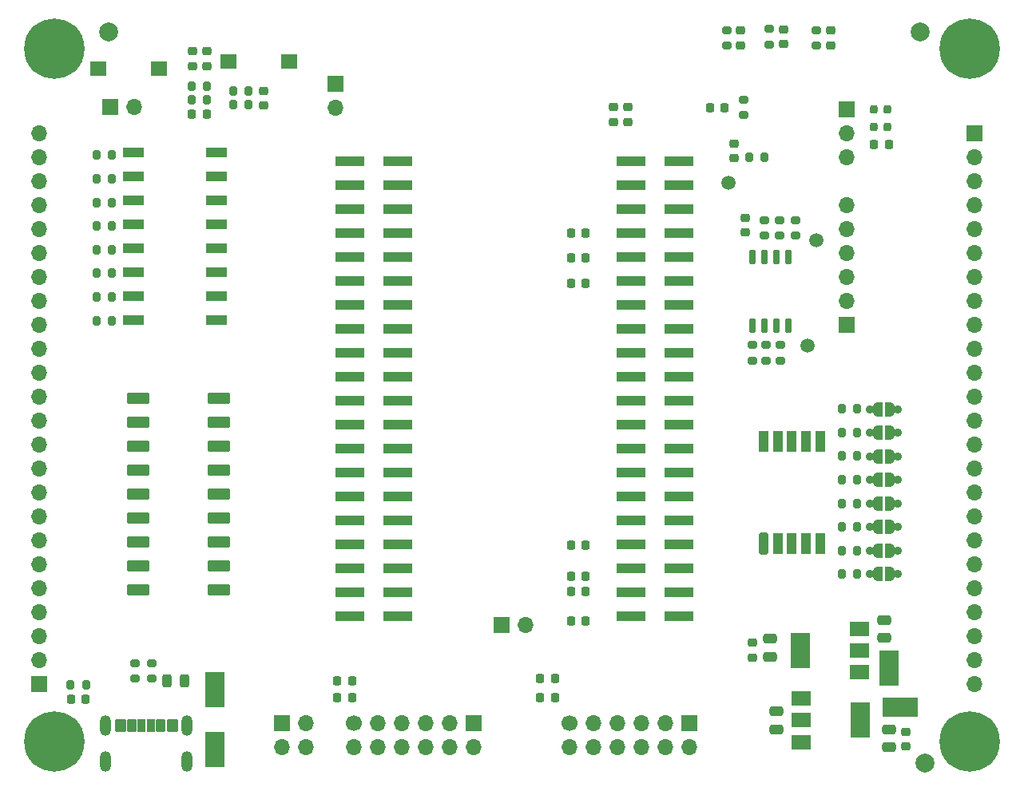
<source format=gbr>
G04 #@! TF.GenerationSoftware,KiCad,Pcbnew,7.0.10-7.0.10~ubuntu22.04.1*
G04 #@! TF.CreationDate,2024-02-20T20:22:53-05:00*
G04 #@! TF.ProjectId,mpw-mb1,6d70772d-6d62-4312-9e6b-696361645f70,2.2.6*
G04 #@! TF.SameCoordinates,PX35e1f20PY8044ea0*
G04 #@! TF.FileFunction,Soldermask,Top*
G04 #@! TF.FilePolarity,Negative*
%FSLAX46Y46*%
G04 Gerber Fmt 4.6, Leading zero omitted, Abs format (unit mm)*
G04 Created by KiCad (PCBNEW 7.0.10-7.0.10~ubuntu22.04.1) date 2024-02-20 20:22:53*
%MOMM*%
%LPD*%
G01*
G04 APERTURE LIST*
G04 Aperture macros list*
%AMRoundRect*
0 Rectangle with rounded corners*
0 $1 Rounding radius*
0 $2 $3 $4 $5 $6 $7 $8 $9 X,Y pos of 4 corners*
0 Add a 4 corners polygon primitive as box body*
4,1,4,$2,$3,$4,$5,$6,$7,$8,$9,$2,$3,0*
0 Add four circle primitives for the rounded corners*
1,1,$1+$1,$2,$3*
1,1,$1+$1,$4,$5*
1,1,$1+$1,$6,$7*
1,1,$1+$1,$8,$9*
0 Add four rect primitives between the rounded corners*
20,1,$1+$1,$2,$3,$4,$5,0*
20,1,$1+$1,$4,$5,$6,$7,0*
20,1,$1+$1,$6,$7,$8,$9,0*
20,1,$1+$1,$8,$9,$2,$3,0*%
%AMFreePoly0*
4,1,19,0.500000,-0.750000,0.000000,-0.750000,0.000000,-0.744911,-0.071157,-0.744911,-0.207708,-0.704816,-0.327430,-0.627875,-0.420627,-0.520320,-0.479746,-0.390866,-0.500000,-0.250000,-0.500000,0.250000,-0.479746,0.390866,-0.420627,0.520320,-0.327430,0.627875,-0.207708,0.704816,-0.071157,0.744911,0.000000,0.744911,0.000000,0.750000,0.500000,0.750000,0.500000,-0.750000,0.500000,-0.750000,
$1*%
%AMFreePoly1*
4,1,19,0.000000,0.744911,0.071157,0.744911,0.207708,0.704816,0.327430,0.627875,0.420627,0.520320,0.479746,0.390866,0.500000,0.250000,0.500000,-0.250000,0.479746,-0.390866,0.420627,-0.520320,0.327430,-0.627875,0.207708,-0.704816,0.071157,-0.744911,0.000000,-0.744911,0.000000,-0.750000,-0.500000,-0.750000,-0.500000,0.750000,0.000000,0.750000,0.000000,0.744911,0.000000,0.744911,
$1*%
G04 Aperture macros list end*
%ADD10C,0.900000*%
%ADD11FreePoly0,180.000000*%
%ADD12FreePoly1,180.000000*%
%ADD13RoundRect,0.200000X-0.275000X0.200000X-0.275000X-0.200000X0.275000X-0.200000X0.275000X0.200000X0*%
%ADD14RoundRect,0.225000X0.250000X-0.225000X0.250000X0.225000X-0.250000X0.225000X-0.250000X-0.225000X0*%
%ADD15RoundRect,0.200000X0.275000X-0.200000X0.275000X0.200000X-0.275000X0.200000X-0.275000X-0.200000X0*%
%ADD16R,1.700000X1.700000*%
%ADD17O,1.700000X1.700000*%
%ADD18RoundRect,0.225000X-0.225000X-0.250000X0.225000X-0.250000X0.225000X0.250000X-0.225000X0.250000X0*%
%ADD19C,6.400000*%
%ADD20C,2.000000*%
%ADD21RoundRect,0.250000X0.475000X-0.250000X0.475000X0.250000X-0.475000X0.250000X-0.475000X-0.250000X0*%
%ADD22RoundRect,0.200000X-0.200000X-0.275000X0.200000X-0.275000X0.200000X0.275000X-0.200000X0.275000X0*%
%ADD23RoundRect,0.250000X-0.475000X0.250000X-0.475000X-0.250000X0.475000X-0.250000X0.475000X0.250000X0*%
%ADD24RoundRect,0.150000X0.150000X-0.650000X0.150000X0.650000X-0.150000X0.650000X-0.150000X-0.650000X0*%
%ADD25RoundRect,0.225000X0.225000X0.250000X-0.225000X0.250000X-0.225000X-0.250000X0.225000X-0.250000X0*%
%ADD26RoundRect,0.200000X0.200000X0.275000X-0.200000X0.275000X-0.200000X-0.275000X0.200000X-0.275000X0*%
%ADD27RoundRect,0.225000X-0.250000X0.225000X-0.250000X-0.225000X0.250000X-0.225000X0.250000X0.225000X0*%
%ADD28RoundRect,0.102000X-0.750000X-0.700000X0.750000X-0.700000X0.750000X0.700000X-0.750000X0.700000X0*%
%ADD29R,3.800000X2.000000*%
%ADD30C,1.700000*%
%ADD31R,2.200000X1.100000*%
%ADD32RoundRect,0.200000X0.300000X-0.950000X0.300000X0.950000X-0.300000X0.950000X-0.300000X-0.950000X0*%
%ADD33R,1.000000X2.300000*%
%ADD34R,2.000000X3.800000*%
%ADD35RoundRect,0.243750X-0.243750X-0.456250X0.243750X-0.456250X0.243750X0.456250X-0.243750X0.456250X0*%
%ADD36RoundRect,0.200000X0.200000X0.250000X-0.200000X0.250000X-0.200000X-0.250000X0.200000X-0.250000X0*%
%ADD37R,2.000000X1.500000*%
%ADD38C,1.500000*%
%ADD39R,3.150000X1.000000*%
%ADD40RoundRect,0.218750X0.256250X-0.218750X0.256250X0.218750X-0.256250X0.218750X-0.256250X-0.218750X0*%
%ADD41RoundRect,0.102000X0.350000X-0.575000X0.350000X0.575000X-0.350000X0.575000X-0.350000X-0.575000X0*%
%ADD42RoundRect,0.102000X0.400000X-0.575000X0.400000X0.575000X-0.400000X0.575000X-0.400000X-0.575000X0*%
%ADD43RoundRect,0.102000X0.450000X-0.575000X0.450000X0.575000X-0.450000X0.575000X-0.450000X-0.575000X0*%
%ADD44O,1.204000X2.204000*%
%ADD45RoundRect,0.218750X-0.218750X-0.256250X0.218750X-0.256250X0.218750X0.256250X-0.218750X0.256250X0*%
%ADD46RoundRect,0.113000X1.107000X0.452000X-1.107000X0.452000X-1.107000X-0.452000X1.107000X-0.452000X0*%
G04 APERTURE END LIST*
D10*
G04 #@! TO.C,JP7*
X93145000Y23988570D03*
D11*
X92295000Y23988570D03*
D12*
X90995000Y23988570D03*
D10*
X90145000Y23988570D03*
G04 #@! TD*
D13*
G04 #@! TO.C,R13*
X80600000Y59075000D03*
X80600000Y57425000D03*
G04 #@! TD*
D14*
G04 #@! TO.C,C19*
X62960000Y69475000D03*
X62960000Y71025000D03*
G04 #@! TD*
D15*
G04 #@! TO.C,R22*
X84485000Y77575000D03*
X84485000Y79225000D03*
G04 #@! TD*
D16*
G04 #@! TO.C,J4*
X9660000Y71100000D03*
D17*
X12200000Y71100000D03*
G04 #@! TD*
D18*
G04 #@! TO.C,C21*
X58475000Y55040000D03*
X60025000Y55040000D03*
G04 #@! TD*
D10*
G04 #@! TO.C,JP1*
X93145000Y38988570D03*
D11*
X92295000Y38988570D03*
D12*
X90995000Y38988570D03*
D10*
X90145000Y38988570D03*
G04 #@! TD*
D15*
G04 #@! TO.C,R14*
X14070000Y10425000D03*
X14070000Y12075000D03*
G04 #@! TD*
D19*
G04 #@! TO.C,MT3*
X3750000Y77250000D03*
G04 #@! TD*
D20*
G04 #@! TO.C,FID3*
X96000000Y1500000D03*
G04 #@! TD*
D21*
G04 #@! TO.C,C8*
X80300000Y5050000D03*
X80300000Y6950000D03*
G04 #@! TD*
D22*
G04 #@! TO.C,R5*
X8175000Y58430000D03*
X9825000Y58430000D03*
G04 #@! TD*
D23*
G04 #@! TO.C,C9*
X91700000Y16650000D03*
X91700000Y14750000D03*
G04 #@! TD*
D22*
G04 #@! TO.C,R10*
X22650000Y71287500D03*
X24300000Y71287500D03*
G04 #@! TD*
G04 #@! TO.C,R1*
X8175000Y48390000D03*
X9825000Y48390000D03*
G04 #@! TD*
D18*
G04 #@! TO.C,C22*
X58475000Y19640000D03*
X60025000Y19640000D03*
G04 #@! TD*
D15*
G04 #@! TO.C,R16*
X80700000Y44175000D03*
X80700000Y45825000D03*
G04 #@! TD*
G04 #@! TO.C,R25*
X74985000Y77575000D03*
X74985000Y79225000D03*
G04 #@! TD*
G04 #@! TO.C,R19*
X79200000Y44175000D03*
X79200000Y45825000D03*
G04 #@! TD*
D24*
G04 #@! TO.C,U1*
X77695000Y47900000D03*
X78965000Y47900000D03*
X80235000Y47900000D03*
X81505000Y47900000D03*
X81505000Y55100000D03*
X80235000Y55100000D03*
X78965000Y55100000D03*
X77695000Y55100000D03*
G04 #@! TD*
D22*
G04 #@! TO.C,R9*
X8175000Y65960000D03*
X9825000Y65960000D03*
G04 #@! TD*
D14*
G04 #@! TO.C,C14*
X19900000Y75400000D03*
X19900000Y76950000D03*
G04 #@! TD*
D25*
G04 #@! TO.C,C2*
X35275000Y8400000D03*
X33725000Y8400000D03*
G04 #@! TD*
D26*
G04 #@! TO.C,R28*
X88825000Y34017142D03*
X87175000Y34017142D03*
G04 #@! TD*
G04 #@! TO.C,R26*
X88825000Y39028570D03*
X87175000Y39028570D03*
G04 #@! TD*
D27*
G04 #@! TO.C,C27*
X75800000Y67175000D03*
X75800000Y65625000D03*
G04 #@! TD*
D10*
G04 #@! TO.C,JP3*
X93145000Y33988570D03*
D11*
X92295000Y33988570D03*
D12*
X90995000Y33988570D03*
D10*
X90145000Y33988570D03*
G04 #@! TD*
D22*
G04 #@! TO.C,R3*
X8175000Y53410000D03*
X9825000Y53410000D03*
G04 #@! TD*
D10*
G04 #@! TO.C,JP8*
X93145000Y21488570D03*
D11*
X92295000Y21488570D03*
D12*
X90995000Y21488570D03*
D10*
X90145000Y21488570D03*
G04 #@! TD*
D18*
G04 #@! TO.C,C7*
X18325000Y70300000D03*
X19875000Y70300000D03*
G04 #@! TD*
D13*
G04 #@! TO.C,R18*
X82300000Y59075000D03*
X82300000Y57425000D03*
G04 #@! TD*
D25*
G04 #@! TO.C,C16*
X60025000Y21250000D03*
X58475000Y21250000D03*
G04 #@! TD*
D28*
G04 #@! TO.C,SW3*
X8350000Y75100000D03*
X14850000Y75100000D03*
G04 #@! TD*
D13*
G04 #@! TO.C,R17*
X79000000Y59075000D03*
X79000000Y57425000D03*
G04 #@! TD*
D26*
G04 #@! TO.C,R21*
X19925000Y71800000D03*
X18275000Y71800000D03*
G04 #@! TD*
D25*
G04 #@! TO.C,C5*
X92175000Y67100000D03*
X90625000Y67100000D03*
G04 #@! TD*
D29*
G04 #@! TO.C,TP7*
X93400000Y7400000D03*
G04 #@! TD*
D16*
G04 #@! TO.C,J3*
X48200000Y5735000D03*
D17*
X45660000Y5735000D03*
X43120000Y5735000D03*
X40580000Y5735000D03*
X38040000Y5735000D03*
D30*
X35500000Y5735000D03*
D17*
X48200000Y3195000D03*
X45660000Y3195000D03*
X43120000Y3195000D03*
X40580000Y3195000D03*
X38040000Y3195000D03*
X35500000Y3195000D03*
G04 #@! TD*
D27*
G04 #@! TO.C,C6*
X77000000Y59295000D03*
X77000000Y57745000D03*
G04 #@! TD*
D16*
G04 #@! TO.C,J8*
X51125000Y16150000D03*
D17*
X53665000Y16150000D03*
G04 #@! TD*
D26*
G04 #@! TO.C,R7*
X24300000Y72787500D03*
X22650000Y72787500D03*
G04 #@! TD*
D14*
G04 #@! TO.C,C23*
X64500000Y69475000D03*
X64500000Y71025000D03*
G04 #@! TD*
D19*
G04 #@! TO.C,MT4*
X100750000Y77250000D03*
G04 #@! TD*
D21*
G04 #@! TO.C,C11*
X79600000Y12750000D03*
X79600000Y14650000D03*
G04 #@! TD*
D19*
G04 #@! TO.C,MT2*
X100750000Y3750000D03*
G04 #@! TD*
D18*
G04 #@! TO.C,C3*
X33725000Y10200000D03*
X35275000Y10200000D03*
G04 #@! TD*
D22*
G04 #@! TO.C,R20*
X18275000Y73300000D03*
X19925000Y73300000D03*
G04 #@! TD*
D16*
G04 #@! TO.C,J5*
X87700000Y70805000D03*
D17*
X87700000Y68265000D03*
X87700000Y65725000D03*
G04 #@! TD*
D15*
G04 #@! TO.C,R15*
X12250000Y10425000D03*
X12250000Y12075000D03*
G04 #@! TD*
D16*
G04 #@! TO.C,J10*
X2100000Y9830000D03*
D17*
X2100000Y12370000D03*
X2100000Y14910000D03*
X2100000Y17450000D03*
X2100000Y19990000D03*
X2100000Y22530000D03*
X2100000Y25070000D03*
X2100000Y27610000D03*
X2100000Y30150000D03*
X2100000Y32690000D03*
X2100000Y35230000D03*
X2100000Y37770000D03*
X2100000Y40310000D03*
X2100000Y42850000D03*
X2100000Y45390000D03*
X2100000Y47930000D03*
X2100000Y50470000D03*
X2100000Y53010000D03*
X2100000Y55550000D03*
X2100000Y58090000D03*
X2100000Y60630000D03*
X2100000Y63170000D03*
X2100000Y65710000D03*
X2100000Y68250000D03*
G04 #@! TD*
D22*
G04 #@! TO.C,R2*
X8175000Y50900000D03*
X9825000Y50900000D03*
G04 #@! TD*
D31*
G04 #@! TO.C,SW4*
X12100000Y66190000D03*
X12100000Y63650000D03*
X12100000Y61110000D03*
X12100000Y58570000D03*
X12100000Y56030000D03*
X12100000Y53490000D03*
X12100000Y50950000D03*
X12100000Y48410000D03*
X20900000Y48410000D03*
X20900000Y50950000D03*
X20900000Y53490000D03*
X20900000Y56030000D03*
X20900000Y58570000D03*
X20900000Y61110000D03*
X20900000Y63650000D03*
X20900000Y66190000D03*
G04 #@! TD*
D13*
G04 #@! TO.C,R34*
X76750000Y71825000D03*
X76750000Y70175000D03*
G04 #@! TD*
D10*
G04 #@! TO.C,JP2*
X93145000Y36488570D03*
D11*
X92295000Y36488570D03*
D12*
X90995000Y36488570D03*
D10*
X90145000Y36488570D03*
G04 #@! TD*
D26*
G04 #@! TO.C,R32*
X88825000Y23994286D03*
X87175000Y23994286D03*
G04 #@! TD*
D32*
G04 #@! TO.C,U5*
X78905000Y24708570D03*
D33*
X80405000Y24708570D03*
X81905000Y24708570D03*
X83405000Y24708570D03*
X84905000Y24708570D03*
X84905000Y35608570D03*
X83405000Y35608570D03*
X81905000Y35608570D03*
X80405000Y35608570D03*
X78905000Y35608570D03*
G04 #@! TD*
D34*
G04 #@! TO.C,TP8*
X92200000Y11500000D03*
G04 #@! TD*
D26*
G04 #@! TO.C,R27*
X88825000Y36522856D03*
X87175000Y36522856D03*
G04 #@! TD*
G04 #@! TO.C,R31*
X88825000Y26500000D03*
X87175000Y26500000D03*
G04 #@! TD*
D18*
G04 #@! TO.C,C18*
X58475000Y57640000D03*
X60025000Y57640000D03*
G04 #@! TD*
D35*
G04 #@! TO.C,F1*
X15662500Y10200000D03*
X17537500Y10200000D03*
G04 #@! TD*
D16*
G04 #@! TO.C,J11*
X101300000Y68260000D03*
D17*
X101300000Y65720000D03*
X101300000Y63180000D03*
X101300000Y60640000D03*
X101300000Y58100000D03*
X101300000Y55560000D03*
X101300000Y53020000D03*
X101300000Y50480000D03*
X101300000Y47940000D03*
X101300000Y45400000D03*
X101300000Y42860000D03*
X101300000Y40320000D03*
X101300000Y37780000D03*
X101300000Y35240000D03*
X101300000Y32700000D03*
X101300000Y30160000D03*
X101300000Y27620000D03*
X101300000Y25080000D03*
X101300000Y22540000D03*
X101300000Y20000000D03*
X101300000Y17460000D03*
X101300000Y14920000D03*
X101300000Y12380000D03*
X101300000Y9840000D03*
G04 #@! TD*
D27*
G04 #@! TO.C,C12*
X94000000Y4775000D03*
X94000000Y3225000D03*
G04 #@! TD*
D15*
G04 #@! TO.C,R12*
X77700000Y44175000D03*
X77700000Y45825000D03*
G04 #@! TD*
D18*
G04 #@! TO.C,C25*
X58475000Y16500000D03*
X60025000Y16500000D03*
G04 #@! TD*
G04 #@! TO.C,C17*
X58475000Y52340000D03*
X60025000Y52340000D03*
G04 #@! TD*
D36*
G04 #@! TO.C,X1*
X92025000Y68965000D03*
X92025000Y70815000D03*
X90575000Y70815000D03*
X90575000Y68965000D03*
G04 #@! TD*
D18*
G04 #@! TO.C,C26*
X55225000Y10400000D03*
X56775000Y10400000D03*
G04 #@! TD*
D26*
G04 #@! TO.C,R11*
X7075000Y9750000D03*
X5425000Y9750000D03*
G04 #@! TD*
D14*
G04 #@! TO.C,C15*
X18400000Y75400000D03*
X18400000Y76950000D03*
G04 #@! TD*
D37*
G04 #@! TO.C,U3*
X89100000Y11100000D03*
X89100000Y13400000D03*
D34*
X82800000Y13400000D03*
D37*
X89100000Y15700000D03*
G04 #@! TD*
D28*
G04 #@! TO.C,SW1*
X22150000Y75900000D03*
X28650000Y75900000D03*
G04 #@! TD*
D25*
G04 #@! TO.C,C4*
X7025000Y8250000D03*
X5475000Y8250000D03*
G04 #@! TD*
D20*
G04 #@! TO.C,FID2*
X95500000Y79000000D03*
G04 #@! TD*
D15*
G04 #@! TO.C,R23*
X79485000Y77675000D03*
X79485000Y79325000D03*
G04 #@! TD*
D10*
G04 #@! TO.C,JP5*
X93145000Y28988570D03*
D11*
X92295000Y28988570D03*
D12*
X90995000Y28988570D03*
D10*
X90145000Y28988570D03*
G04 #@! TD*
D37*
G04 #@! TO.C,U2*
X82850000Y8300000D03*
X82850000Y6000000D03*
D34*
X89150000Y6000000D03*
D37*
X82850000Y3700000D03*
G04 #@! TD*
D26*
G04 #@! TO.C,R29*
X88825000Y31511428D03*
X87175000Y31511428D03*
G04 #@! TD*
D20*
G04 #@! TO.C,FID1*
X9500000Y79000000D03*
G04 #@! TD*
D26*
G04 #@! TO.C,R33*
X88825000Y21488570D03*
X87175000Y21488570D03*
G04 #@! TD*
G04 #@! TO.C,R24*
X79025000Y65700000D03*
X77375000Y65700000D03*
G04 #@! TD*
D38*
G04 #@! TO.C,TP4*
X84500000Y56900000D03*
G04 #@! TD*
D22*
G04 #@! TO.C,R6*
X8175000Y60940000D03*
X9825000Y60940000D03*
G04 #@! TD*
D10*
G04 #@! TO.C,JP6*
X93145000Y26488570D03*
D11*
X92295000Y26488570D03*
D12*
X90995000Y26488570D03*
D10*
X90145000Y26488570D03*
G04 #@! TD*
D16*
G04 #@! TO.C,J1*
X87700000Y47960000D03*
D17*
X87700000Y50500000D03*
X87700000Y53040000D03*
X87700000Y55580000D03*
X87700000Y58120000D03*
X87700000Y60660000D03*
G04 #@! TD*
D38*
G04 #@! TO.C,TP3*
X83600000Y45770000D03*
G04 #@! TD*
D39*
G04 #@! TO.C,J7*
X69900000Y17020000D03*
X64850000Y17020000D03*
X69900000Y19560000D03*
X64850000Y19560000D03*
X69900000Y22100000D03*
X64850000Y22100000D03*
X69900000Y24640000D03*
X64850000Y24640000D03*
X69900000Y27180000D03*
X64850000Y27180000D03*
X69900000Y29720000D03*
X64850000Y29720000D03*
X69900000Y32260000D03*
X64850000Y32260000D03*
X69900000Y34800000D03*
X64850000Y34800000D03*
X69900000Y37340000D03*
X64850000Y37340000D03*
X69900000Y39880000D03*
X64850000Y39880000D03*
X69900000Y42420000D03*
X64850000Y42420000D03*
X69900000Y44960000D03*
X64850000Y44960000D03*
X69900000Y47500000D03*
X64850000Y47500000D03*
X69900000Y50040000D03*
X64850000Y50040000D03*
X69900000Y52580000D03*
X64850000Y52580000D03*
X69900000Y55120000D03*
X64850000Y55120000D03*
X69900000Y57660000D03*
X64850000Y57660000D03*
X69900000Y60200000D03*
X64850000Y60200000D03*
X69900000Y62740000D03*
X64850000Y62740000D03*
X69900000Y65280000D03*
X64850000Y65280000D03*
X40100000Y17020000D03*
X35050000Y17020000D03*
X40100000Y19560000D03*
X35050000Y19560000D03*
X40100000Y22100000D03*
X35050000Y22100000D03*
X40100000Y24640000D03*
X35050000Y24640000D03*
X40100000Y27180000D03*
X35050000Y27180000D03*
X40100000Y29720000D03*
X35050000Y29720000D03*
X40100000Y32260000D03*
X35050000Y32260000D03*
X40100000Y34800000D03*
X35050000Y34800000D03*
X40100000Y37340000D03*
X35050000Y37340000D03*
X40100000Y39880000D03*
X35050000Y39880000D03*
X40100000Y42420000D03*
X35050000Y42420000D03*
X40100000Y44960000D03*
X35050000Y44960000D03*
X40100000Y47500000D03*
X35050000Y47500000D03*
X40100000Y50040000D03*
X35050000Y50040000D03*
X40100000Y52580000D03*
X35050000Y52580000D03*
X40100000Y55120000D03*
X35050000Y55120000D03*
X40100000Y57660000D03*
X35050000Y57660000D03*
X40100000Y60200000D03*
X35050000Y60200000D03*
X40100000Y62740000D03*
X35050000Y62740000D03*
X40100000Y65280000D03*
X35050000Y65280000D03*
G04 #@! TD*
D22*
G04 #@! TO.C,R8*
X8175000Y63450000D03*
X9825000Y63450000D03*
G04 #@! TD*
D40*
G04 #@! TO.C,D2*
X81000000Y77712500D03*
X81000000Y79287500D03*
G04 #@! TD*
D26*
G04 #@! TO.C,R30*
X88825000Y29005714D03*
X87175000Y29005714D03*
G04 #@! TD*
D14*
G04 #@! TO.C,C13*
X77700000Y12675000D03*
X77700000Y14225000D03*
G04 #@! TD*
D41*
G04 #@! TO.C,J6*
X12980000Y5405000D03*
D42*
X15000000Y5405000D03*
D43*
X16230000Y5405000D03*
D41*
X13980000Y5405000D03*
D42*
X11960000Y5405000D03*
D43*
X10730000Y5405000D03*
D44*
X9160000Y5400000D03*
X17800000Y5400000D03*
X9160000Y1600000D03*
X17800000Y1600000D03*
G04 #@! TD*
D16*
G04 #@! TO.C,J9*
X71060000Y5735000D03*
D17*
X68520000Y5735000D03*
X65980000Y5735000D03*
X63440000Y5735000D03*
X60900000Y5735000D03*
D30*
X58360000Y5735000D03*
D17*
X71060000Y3195000D03*
X68520000Y3195000D03*
X65980000Y3195000D03*
X63440000Y3195000D03*
X60900000Y3195000D03*
X58360000Y3195000D03*
G04 #@! TD*
D10*
G04 #@! TO.C,JP4*
X93145000Y31488570D03*
D11*
X92295000Y31488570D03*
D12*
X90995000Y31488570D03*
D10*
X90145000Y31488570D03*
G04 #@! TD*
D34*
G04 #@! TO.C,TP5*
X20750000Y2900000D03*
G04 #@! TD*
D25*
G04 #@! TO.C,C24*
X56775000Y8400000D03*
X55225000Y8400000D03*
G04 #@! TD*
D40*
G04 #@! TO.C,D3*
X76485000Y77612500D03*
X76485000Y79187500D03*
G04 #@! TD*
D16*
G04 #@! TO.C,J12*
X33500000Y73500000D03*
D17*
X33500000Y70960000D03*
G04 #@! TD*
D40*
G04 #@! TO.C,D1*
X85985000Y77612500D03*
X85985000Y79187500D03*
G04 #@! TD*
D38*
G04 #@! TO.C,TP9*
X75200000Y63000000D03*
G04 #@! TD*
D23*
G04 #@! TO.C,C10*
X92200000Y5050000D03*
X92200000Y3150000D03*
G04 #@! TD*
D45*
G04 #@! TO.C,D4*
X73212500Y71000000D03*
X74787500Y71000000D03*
G04 #@! TD*
D19*
G04 #@! TO.C,MT1*
X3750000Y3750000D03*
G04 #@! TD*
D22*
G04 #@! TO.C,R4*
X8175000Y55920000D03*
X9825000Y55920000D03*
G04 #@! TD*
D27*
G04 #@! TO.C,C1*
X25875000Y72762500D03*
X25875000Y71212500D03*
G04 #@! TD*
D46*
G04 #@! TO.C,SW2*
X21200000Y19840000D03*
X21200000Y22380000D03*
X21200000Y24920000D03*
X21200000Y27460000D03*
X21200000Y30000000D03*
X21200000Y32540000D03*
X21200000Y35080000D03*
X21200000Y37620000D03*
X21200000Y40160000D03*
X12600000Y40160000D03*
X12600000Y37620000D03*
X12600000Y35080000D03*
X12600000Y32540000D03*
X12600000Y30000000D03*
X12600000Y27460000D03*
X12600000Y24920000D03*
X12600000Y22380000D03*
X12600000Y19840000D03*
G04 #@! TD*
D34*
G04 #@! TO.C,TP6*
X20750000Y9250000D03*
G04 #@! TD*
D16*
G04 #@! TO.C,J2*
X27875000Y5725000D03*
D17*
X30415000Y5725000D03*
X27875000Y3185000D03*
X30415000Y3185000D03*
G04 #@! TD*
D18*
G04 #@! TO.C,C20*
X58475000Y24540000D03*
X60025000Y24540000D03*
G04 #@! TD*
M02*

</source>
